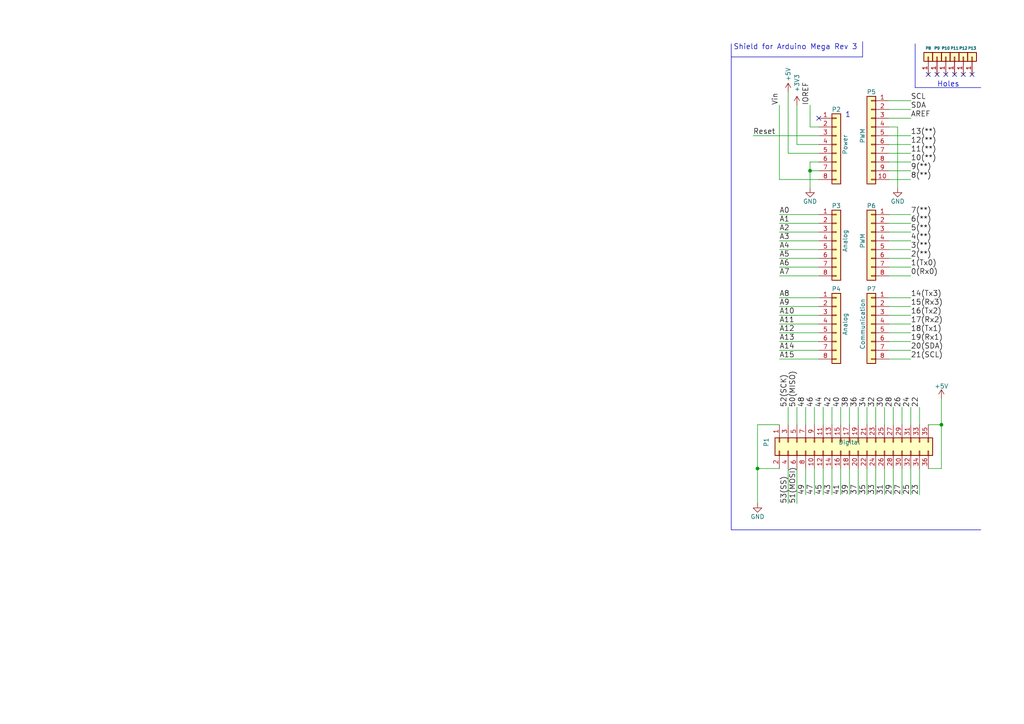
<source format=kicad_sch>
(kicad_sch (version 20230121) (generator eeschema)
  (paper "A4")
  (title_block (date "mar. 31 mars 2015"))
  (lib_symbols
    (symbol "Connector_Generic:Conn_01x01" (pin_names (offset 1.016) hide)
      (property "Reference" "J" (at 0 2.54 0))
      (property "Value" "Conn_01x01" (at 0 -2.54 0))
      (symbol "Conn_01x01_1_1"
        (rectangle (start -1.27 0.127) (end 0 -0.127) (stroke (width 0.1524)))
        (rectangle (start -1.27 1.27) (end 1.27 -1.27) (stroke (width 0.254)) (fill (type background)))
        (pin passive line (at -5.08 0 0) (length 3.81) (name "Pin_1") (number "1"))
      )
    )
    (symbol "Connector_Generic:Conn_01x08" (pin_names (offset 1.016) hide)
      (property "Reference" "J" (at 0 10.16 0))
      (property "Value" "Conn_01x08" (at 0 -12.7 0))
      (symbol "Conn_01x08_1_1"
        (rectangle (start -1.27 -10.033) (end 0 -10.287) (stroke (width 0.1524)))
        (rectangle (start -1.27 -7.493) (end 0 -7.747) (stroke (width 0.1524)))
        (rectangle (start -1.27 -4.953) (end 0 -5.207) (stroke (width 0.1524)))
        (rectangle (start -1.27 -2.413) (end 0 -2.667) (stroke (width 0.1524)))
        (rectangle (start -1.27 0.127) (end 0 -0.127) (stroke (width 0.1524)))
        (rectangle (start -1.27 2.667) (end 0 2.413) (stroke (width 0.1524)))
        (rectangle (start -1.27 5.207) (end 0 4.953) (stroke (width 0.1524)))
        (rectangle (start -1.27 7.747) (end 0 7.493) (stroke (width 0.1524)))
        (rectangle (start -1.27 8.89) (end 1.27 -11.43) (stroke (width 0.254)) (fill (type background)))
        (pin passive line (at -5.08 7.62 0) (length 3.81) (name "Pin_1") (number "1"))
        (pin passive line (at -5.08 5.08 0) (length 3.81) (name "Pin_2") (number "2"))
        (pin passive line (at -5.08 2.54 0) (length 3.81) (name "Pin_3") (number "3"))
        (pin passive line (at -5.08 0 0) (length 3.81) (name "Pin_4") (number "4"))
        (pin passive line (at -5.08 -2.54 0) (length 3.81) (name "Pin_5") (number "5"))
        (pin passive line (at -5.08 -5.08 0) (length 3.81) (name "Pin_6") (number "6"))
        (pin passive line (at -5.08 -7.62 0) (length 3.81) (name "Pin_7") (number "7"))
        (pin passive line (at -5.08 -10.16 0) (length 3.81) (name "Pin_8") (number "8"))
      )
    )
    (symbol "Connector_Generic:Conn_01x10" (pin_names (offset 1.016) hide)
      (property "Reference" "J" (at 0 12.7 0))
      (property "Value" "Conn_01x10" (at 0 -15.24 0))
      (symbol "Conn_01x10_1_1"
        (rectangle (start -1.27 -12.573) (end 0 -12.827) (stroke (width 0.1524)))
        (rectangle (start -1.27 -10.033) (end 0 -10.287) (stroke (width 0.1524)))
        (rectangle (start -1.27 -7.493) (end 0 -7.747) (stroke (width 0.1524)))
        (rectangle (start -1.27 -4.953) (end 0 -5.207) (stroke (width 0.1524)))
        (rectangle (start -1.27 -2.413) (end 0 -2.667) (stroke (width 0.1524)))
        (rectangle (start -1.27 0.127) (end 0 -0.127) (stroke (width 0.1524)))
        (rectangle (start -1.27 2.667) (end 0 2.413) (stroke (width 0.1524)))
        (rectangle (start -1.27 5.207) (end 0 4.953) (stroke (width 0.1524)))
        (rectangle (start -1.27 7.747) (end 0 7.493) (stroke (width 0.1524)))
        (rectangle (start -1.27 10.287) (end 0 10.033) (stroke (width 0.1524)))
        (rectangle (start -1.27 11.43) (end 1.27 -13.97) (stroke (width 0.254)) (fill (type background)))
        (pin passive line (at -5.08 10.16 0) (length 3.81) (name "Pin_1") (number "1"))
        (pin passive line (at -5.08 -12.7 0) (length 3.81) (name "Pin_10") (number "10"))
        (pin passive line (at -5.08 7.62 0) (length 3.81) (name "Pin_2") (number "2"))
        (pin passive line (at -5.08 5.08 0) (length 3.81) (name "Pin_3") (number "3"))
        (pin passive line (at -5.08 2.54 0) (length 3.81) (name "Pin_4") (number "4"))
        (pin passive line (at -5.08 0 0) (length 3.81) (name "Pin_5") (number "5"))
        (pin passive line (at -5.08 -2.54 0) (length 3.81) (name "Pin_6") (number "6"))
        (pin passive line (at -5.08 -5.08 0) (length 3.81) (name "Pin_7") (number "7"))
        (pin passive line (at -5.08 -7.62 0) (length 3.81) (name "Pin_8") (number "8"))
        (pin passive line (at -5.08 -10.16 0) (length 3.81) (name "Pin_9") (number "9"))
      )
    )
    (symbol "Connector_Generic:Conn_02x18_Odd_Even" (pin_names (offset 1.016) hide)
      (property "Reference" "J" (at 1.27 22.86 0))
      (property "Value" "Conn_02x18_Odd_Even" (at 1.27 -25.4 0))
      (symbol "Conn_02x18_Odd_Even_1_1"
        (rectangle (start -1.27 -22.733) (end 0 -22.987) (stroke (width 0.1524)))
        (rectangle (start -1.27 -20.193) (end 0 -20.447) (stroke (width 0.1524)))
        (rectangle (start -1.27 -17.653) (end 0 -17.907) (stroke (width 0.1524)))
        (rectangle (start -1.27 -15.113) (end 0 -15.367) (stroke (width 0.1524)))
        (rectangle (start -1.27 -12.573) (end 0 -12.827) (stroke (width 0.1524)))
        (rectangle (start -1.27 -10.033) (end 0 -10.287) (stroke (width 0.1524)))
        (rectangle (start -1.27 -7.493) (end 0 -7.747) (stroke (width 0.1524)))
        (rectangle (start -1.27 -4.953) (end 0 -5.207) (stroke (width 0.1524)))
        (rectangle (start -1.27 -2.413) (end 0 -2.667) (stroke (width 0.1524)))
        (rectangle (start -1.27 0.127) (end 0 -0.127) (stroke (width 0.1524)))
        (rectangle (start -1.27 2.667) (end 0 2.413) (stroke (width 0.1524)))
        (rectangle (start -1.27 5.207) (end 0 4.953) (stroke (width 0.1524)))
        (rectangle (start -1.27 7.747) (end 0 7.493) (stroke (width 0.1524)))
        (rectangle (start -1.27 10.287) (end 0 10.033) (stroke (width 0.1524)))
        (rectangle (start -1.27 12.827) (end 0 12.573) (stroke (width 0.1524)))
        (rectangle (start -1.27 15.367) (end 0 15.113) (stroke (width 0.1524)))
        (rectangle (start -1.27 17.907) (end 0 17.653) (stroke (width 0.1524)))
        (rectangle (start -1.27 20.447) (end 0 20.193) (stroke (width 0.1524)))
        (rectangle (start -1.27 21.59) (end 3.81 -24.13) (stroke (width 0.254)) (fill (type background)))
        (rectangle (start 3.81 -22.733) (end 2.54 -22.987) (stroke (width 0.1524)))
        (rectangle (start 3.81 -20.193) (end 2.54 -20.447) (stroke (width 0.1524)))
        (rectangle (start 3.81 -17.653) (end 2.54 -17.907) (stroke (width 0.1524)))
        (rectangle (start 3.81 -15.113) (end 2.54 -15.367) (stroke (width 0.1524)))
        (rectangle (start 3.81 -12.573) (end 2.54 -12.827) (stroke (width 0.1524)))
        (rectangle (start 3.81 -10.033) (end 2.54 -10.287) (stroke (width 0.1524)))
        (rectangle (start 3.81 -7.493) (end 2.54 -7.747) (stroke (width 0.1524)))
        (rectangle (start 3.81 -4.953) (end 2.54 -5.207) (stroke (width 0.1524)))
        (rectangle (start 3.81 -2.413) (end 2.54 -2.667) (stroke (width 0.1524)))
        (rectangle (start 3.81 0.127) (end 2.54 -0.127) (stroke (width 0.1524)))
        (rectangle (start 3.81 2.667) (end 2.54 2.413) (stroke (width 0.1524)))
        (rectangle (start 3.81 5.207) (end 2.54 4.953) (stroke (width 0.1524)))
        (rectangle (start 3.81 7.747) (end 2.54 7.493) (stroke (width 0.1524)))
        (rectangle (start 3.81 10.287) (end 2.54 10.033) (stroke (width 0.1524)))
        (rectangle (start 3.81 12.827) (end 2.54 12.573) (stroke (width 0.1524)))
        (rectangle (start 3.81 15.367) (end 2.54 15.113) (stroke (width 0.1524)))
        (rectangle (start 3.81 17.907) (end 2.54 17.653) (stroke (width 0.1524)))
        (rectangle (start 3.81 20.447) (end 2.54 20.193) (stroke (width 0.1524)))
        (pin passive line (at -5.08 20.32 0) (length 3.81) (name "Pin_1") (number "1"))
        (pin passive line (at 7.62 10.16 180) (length 3.81) (name "Pin_10") (number "10"))
        (pin passive line (at -5.08 7.62 0) (length 3.81) (name "Pin_11") (number "11"))
        (pin passive line (at 7.62 7.62 180) (length 3.81) (name "Pin_12") (number "12"))
        (pin passive line (at -5.08 5.08 0) (length 3.81) (name "Pin_13") (number "13"))
        (pin passive line (at 7.62 5.08 180) (length 3.81) (name "Pin_14") (number "14"))
        (pin passive line (at -5.08 2.54 0) (length 3.81) (name "Pin_15") (number "15"))
        (pin passive line (at 7.62 2.54 180) (length 3.81) (name "Pin_16") (number "16"))
        (pin passive line (at -5.08 0 0) (length 3.81) (name "Pin_17") (number "17"))
        (pin passive line (at 7.62 0 180) (length 3.81) (name "Pin_18") (number "18"))
        (pin passive line (at -5.08 -2.54 0) (length 3.81) (name "Pin_19") (number "19"))
        (pin passive line (at 7.62 20.32 180) (length 3.81) (name "Pin_2") (number "2"))
        (pin passive line (at 7.62 -2.54 180) (length 3.81) (name "Pin_20") (number "20"))
        (pin passive line (at -5.08 -5.08 0) (length 3.81) (name "Pin_21") (number "21"))
        (pin passive line (at 7.62 -5.08 180) (length 3.81) (name "Pin_22") (number "22"))
        (pin passive line (at -5.08 -7.62 0) (length 3.81) (name "Pin_23") (number "23"))
        (pin passive line (at 7.62 -7.62 180) (length 3.81) (name "Pin_24") (number "24"))
        (pin passive line (at -5.08 -10.16 0) (length 3.81) (name "Pin_25") (number "25"))
        (pin passive line (at 7.62 -10.16 180) (length 3.81) (name "Pin_26") (number "26"))
        (pin passive line (at -5.08 -12.7 0) (length 3.81) (name "Pin_27") (number "27"))
        (pin passive line (at 7.62 -12.7 180) (length 3.81) (name "Pin_28") (number "28"))
        (pin passive line (at -5.08 -15.24 0) (length 3.81) (name "Pin_29") (number "29"))
        (pin passive line (at -5.08 17.78 0) (length 3.81) (name "Pin_3") (number "3"))
        (pin passive line (at 7.62 -15.24 180) (length 3.81) (name "Pin_30") (number "30"))
        (pin passive line (at -5.08 -17.78 0) (length 3.81) (name "Pin_31") (number "31"))
        (pin passive line (at 7.62 -17.78 180) (length 3.81) (name "Pin_32") (number "32"))
        (pin passive line (at -5.08 -20.32 0) (length 3.81) (name "Pin_33") (number "33"))
        (pin passive line (at 7.62 -20.32 180) (length 3.81) (name "Pin_34") (number "34"))
        (pin passive line (at -5.08 -22.86 0) (length 3.81) (name "Pin_35") (number "35"))
        (pin passive line (at 7.62 -22.86 180) (length 3.81) (name "Pin_36") (number "36"))
        (pin passive line (at 7.62 17.78 180) (length 3.81) (name "Pin_4") (number "4"))
        (pin passive line (at -5.08 15.24 0) (length 3.81) (name "Pin_5") (number "5"))
        (pin passive line (at 7.62 15.24 180) (length 3.81) (name "Pin_6") (number "6"))
        (pin passive line (at -5.08 12.7 0) (length 3.81) (name "Pin_7") (number "7"))
        (pin passive line (at 7.62 12.7 180) (length 3.81) (name "Pin_8") (number "8"))
        (pin passive line (at -5.08 10.16 0) (length 3.81) (name "Pin_9") (number "9"))
      )
    )
    (symbol "power:+3V3" (power) (pin_names (offset 0))
      (property "Value" "+3V3" (at 0 3.556 0))
      (symbol "+3V3_0_1"
        (polyline (pts (xy -0.762 1.27) (xy 0 2.54)))
        (polyline (pts (xy 0 0) (xy 0 2.54)))
        (polyline (pts (xy 0 2.54) (xy 0.762 1.27)))
      )
      (symbol "+3V3_1_1"
        (pin power_in line (at 0 0 90) (length 0) hide (name "+3V3") (number "1"))
      )
    )
    (symbol "power:+5V" (power) (pin_names (offset 0))
      (property "Value" "+5V" (at 0 3.556 0))
      (symbol "+5V_0_1"
        (polyline (pts (xy -0.762 1.27) (xy 0 2.54)))
        (polyline (pts (xy 0 0) (xy 0 2.54)))
        (polyline (pts (xy 0 2.54) (xy 0.762 1.27)))
      )
      (symbol "+5V_1_1"
        (pin power_in line (at 0 0 90) (length 0) hide (name "+5V") (number "1"))
      )
    )
    (symbol "power:GND" (power) (pin_names (offset 0))
      (property "Value" "GND" (at 0 -3.81 0))
      (symbol "GND_0_1"
        (polyline (pts (xy 0 0) (xy 0 -1.27) (xy 1.27 -1.27) (xy 0 -2.54) (xy -1.27 -1.27) (xy 0 -1.27)))
      )
      (symbol "GND_1_1"
        (pin power_in line (at 0 0 270) (length 0) hide (name "GND") (number "1"))
      )
    )
  )
  (junction (at 234.95 49.53))
  (junction (at 219.71 135.89))
  (junction (at 273.05 123.19))
  (no_connect (at 237.49 34.29))
  (no_connect (at 271.78 21.59))
  (no_connect (at 281.94 21.59))
  (no_connect (at 274.32 21.59))
  (no_connect (at 279.4 21.59))
  (no_connect (at 269.24 21.59))
  (no_connect (at 276.86 21.59))
  (wire (pts (xy 226.06 93.98) (xy 237.49 93.98)))
  (wire (pts (xy 237.49 77.47) (xy 226.06 77.47)))
  (polyline (pts (xy 265.43 25.4) (xy 265.43 12.7)))
  (wire (pts (xy 233.68 135.89) (xy 233.68 143.51)))
  (wire (pts (xy 246.38 123.19) (xy 246.38 118.11)))
  (wire (pts (xy 264.16 135.89) (xy 264.16 143.51)))
  (wire (pts (xy 257.81 44.45) (xy 264.16 44.45)))
  (wire (pts (xy 257.81 34.29) (xy 264.16 34.29)))
  (wire (pts (xy 264.16 62.23) (xy 257.81 62.23)))
  (wire (pts (xy 257.81 64.77) (xy 264.16 64.77)))
  (wire (pts (xy 234.95 46.99) (xy 234.95 49.53)))
  (wire (pts (xy 261.62 123.19) (xy 261.62 118.11)))
  (wire (pts (xy 256.54 123.19) (xy 256.54 118.11)))
  (wire (pts (xy 257.81 69.85) (xy 264.16 69.85)))
  (wire (pts (xy 264.16 86.36) (xy 257.81 86.36)))
  (wire (pts (xy 231.14 123.19) (xy 231.14 118.11)))
  (wire (pts (xy 226.06 80.01) (xy 237.49 80.01)))
  (wire (pts (xy 237.49 91.44) (xy 226.06 91.44)))
  (wire (pts (xy 256.54 135.89) (xy 256.54 143.51)))
  (wire (pts (xy 226.06 74.93) (xy 237.49 74.93)))
  (wire (pts (xy 264.16 96.52) (xy 257.81 96.52)))
  (wire (pts (xy 257.81 80.01) (xy 264.16 80.01)))
  (wire (pts (xy 226.06 88.9) (xy 237.49 88.9)))
  (wire (pts (xy 234.95 49.53) (xy 234.95 54.61)))
  (wire (pts (xy 259.08 135.89) (xy 259.08 143.51)))
  (wire (pts (xy 226.06 69.85) (xy 237.49 69.85)))
  (wire (pts (xy 228.6 123.19) (xy 228.6 118.11)))
  (wire (pts (xy 246.38 135.89) (xy 246.38 143.51)))
  (wire (pts (xy 257.81 93.98) (xy 264.16 93.98)))
  (wire (pts (xy 241.3 123.19) (xy 241.3 118.11)))
  (wire (pts (xy 237.49 49.53) (xy 234.95 49.53)))
  (wire (pts (xy 234.95 36.83) (xy 234.95 30.48)))
  (wire (pts (xy 273.05 135.89) (xy 269.24 135.89)))
  (wire (pts (xy 259.08 123.19) (xy 259.08 118.11)))
  (wire (pts (xy 264.16 77.47) (xy 257.81 77.47)))
  (wire (pts (xy 251.46 135.89) (xy 251.46 143.51)))
  (wire (pts (xy 237.49 67.31) (xy 226.06 67.31)))
  (wire (pts (xy 254 135.89) (xy 254 143.51)))
  (polyline (pts (xy 284.48 25.4) (xy 265.43 25.4)))
  (wire (pts (xy 257.81 52.07) (xy 264.16 52.07)))
  (wire (pts (xy 243.84 123.19) (xy 243.84 118.11)))
  (wire (pts (xy 257.81 46.99) (xy 264.16 46.99)))
  (wire (pts (xy 264.16 67.31) (xy 257.81 67.31)))
  (wire (pts (xy 226.06 135.89) (xy 219.71 135.89)))
  (wire (pts (xy 248.92 135.89) (xy 248.92 143.51)))
  (wire (pts (xy 264.16 91.44) (xy 257.81 91.44)))
  (wire (pts (xy 236.22 123.19) (xy 236.22 118.11)))
  (wire (pts (xy 226.06 104.14) (xy 237.49 104.14)))
  (wire (pts (xy 264.16 101.6) (xy 257.81 101.6)))
  (wire (pts (xy 237.49 72.39) (xy 226.06 72.39)))
  (polyline (pts (xy 284.48 153.67) (xy 212.09 153.67)))
  (wire (pts (xy 219.71 135.89) (xy 219.71 146.05)))
  (wire (pts (xy 228.6 44.45) (xy 237.49 44.45)))
  (wire (pts (xy 266.7 135.89) (xy 266.7 143.51)))
  (wire (pts (xy 243.84 135.89) (xy 243.84 143.51)))
  (wire (pts (xy 261.62 135.89) (xy 261.62 143.51)))
  (wire (pts (xy 257.81 88.9) (xy 264.16 88.9)))
  (wire (pts (xy 273.05 115.57) (xy 273.05 123.19)))
  (wire (pts (xy 257.81 104.14) (xy 264.16 104.14)))
  (wire (pts (xy 257.81 29.21) (xy 264.16 29.21)))
  (wire (pts (xy 238.76 123.19) (xy 238.76 118.11)))
  (wire (pts (xy 251.46 123.19) (xy 251.46 118.11)))
  (wire (pts (xy 257.81 74.93) (xy 264.16 74.93)))
  (wire (pts (xy 237.49 62.23) (xy 226.06 62.23)))
  (polyline (pts (xy 250.19 16.51) (xy 250.19 12.065)))
  (wire (pts (xy 231.14 41.91) (xy 237.49 41.91)))
  (wire (pts (xy 273.05 123.19) (xy 269.24 123.19)))
  (wire (pts (xy 264.16 72.39) (xy 257.81 72.39)))
  (wire (pts (xy 260.35 54.61) (xy 260.35 36.83)))
  (wire (pts (xy 241.3 135.89) (xy 241.3 143.51)))
  (wire (pts (xy 228.6 26.67) (xy 228.6 44.45)))
  (wire (pts (xy 257.81 39.37) (xy 264.16 39.37)))
  (wire (pts (xy 264.16 49.53) (xy 257.81 49.53)))
  (wire (pts (xy 231.14 30.48) (xy 231.14 41.91)))
  (polyline (pts (xy 212.09 153.67) (xy 212.09 12.7)))
  (wire (pts (xy 228.6 135.89) (xy 228.6 146.05)))
  (wire (pts (xy 219.71 123.19) (xy 219.71 135.89)))
  (wire (pts (xy 273.05 123.19) (xy 273.05 135.89)))
  (wire (pts (xy 264.16 123.19) (xy 264.16 118.11)))
  (wire (pts (xy 236.22 135.89) (xy 236.22 143.51)))
  (polyline (pts (xy 212.09 16.51) (xy 250.19 16.51)))
  (wire (pts (xy 237.49 36.83) (xy 234.95 36.83)))
  (wire (pts (xy 264.16 31.75) (xy 257.81 31.75)))
  (wire (pts (xy 218.44 39.37) (xy 237.49 39.37)))
  (wire (pts (xy 226.06 99.06) (xy 237.49 99.06)))
  (wire (pts (xy 254 123.19) (xy 254 118.11)))
  (wire (pts (xy 237.49 46.99) (xy 234.95 46.99)))
  (wire (pts (xy 238.76 135.89) (xy 238.76 143.51)))
  (wire (pts (xy 226.06 52.07) (xy 226.06 30.48)))
  (wire (pts (xy 231.14 135.89) (xy 231.14 146.05)))
  (wire (pts (xy 233.68 123.19) (xy 233.68 118.11)))
  (wire (pts (xy 260.35 36.83) (xy 257.81 36.83)))
  (wire (pts (xy 237.49 101.6) (xy 226.06 101.6)))
  (wire (pts (xy 266.7 123.19) (xy 266.7 118.11)))
  (wire (pts (xy 237.49 96.52) (xy 226.06 96.52)))
  (wire (pts (xy 248.92 123.19) (xy 248.92 118.11)))
  (wire (pts (xy 257.81 99.06) (xy 264.16 99.06)))
  (wire (pts (xy 237.49 86.36) (xy 226.06 86.36)))
  (wire (pts (xy 226.06 64.77) (xy 237.49 64.77)))
  (wire (pts (xy 264.16 41.91) (xy 257.81 41.91)))
  (wire (pts (xy 237.49 52.07) (xy 226.06 52.07)))
  (wire (pts (xy 226.06 123.19) (xy 219.71 123.19)))
  (text "Shield for Arduino Mega Rev 3" (at 212.725 14.605 0) (effects (font (size 1.524 1.524)) (justify left bottom)))
  (text "Holes" (at 271.78 25.4 0) (effects (font (size 1.524 1.524)) (justify left bottom)))
  (text "1" (at 245.11 34.29 0) (effects (font (size 1.524 1.524)) (justify left bottom)))
  (label "20(SDA)" (at 264.16 101.6 0) (effects (font (size 1.524 1.524))))
  (label "53(SS)" (at 228.6 146.05 90) (effects (font (size 1.524 1.524))))
  (label "2(**)" (at 264.16 74.93 0) (effects (font (size 1.524 1.524))))
  (label "4(**)" (at 264.16 69.85 0) (effects (font (size 1.524 1.524))))
  (label "18(Tx1)" (at 264.16 96.52 0) (effects (font (size 1.524 1.524))))
  (label "22" (at 266.7 118.11 90) (effects (font (size 1.524 1.524))))
  (label "21(SCL)" (at 264.16 104.14 0) (effects (font (size 1.524 1.524))))
  (label "36" (at 248.92 118.11 90) (effects (font (size 1.524 1.524))))
  (label "A9" (at 226.06 88.9 0) (effects (font (size 1.524 1.524))))
  (label "23" (at 266.7 143.51 90) (effects (font (size 1.524 1.524))))
  (label "8(**)" (at 264.16 52.07 0) (effects (font (size 1.524 1.524))))
  (label "SDA" (at 264.16 31.75 0) (effects (font (size 1.524 1.524))))
  (label "0(Rx0)" (at 264.16 80.01 0) (effects (font (size 1.524 1.524))))
  (label "7(**)" (at 264.16 62.23 0) (effects (font (size 1.524 1.524))))
  (label "A7" (at 226.06 80.01 0) (effects (font (size 1.524 1.524))))
  (label "16(Tx2)" (at 264.16 91.44 0) (effects (font (size 1.524 1.524))))
  (label "A8" (at 226.06 86.36 0) (effects (font (size 1.524 1.524))))
  (label "6(**)" (at 264.16 64.77 0) (effects (font (size 1.524 1.524))))
  (label "1(Tx0)" (at 264.16 77.47 0) (effects (font (size 1.524 1.524))))
  (label "13(**)" (at 264.16 39.37 0) (effects (font (size 1.524 1.524))))
  (label "51(MOSI)" (at 231.14 146.05 90) (effects (font (size 1.524 1.524))))
  (label "11(**)" (at 264.16 44.45 0) (effects (font (size 1.524 1.524))))
  (label "52(SCK)" (at 228.6 118.11 90) (effects (font (size 1.524 1.524))))
  (label "29" (at 259.08 143.51 90) (effects (font (size 1.524 1.524))))
  (label "A10" (at 226.06 91.44 0) (effects (font (size 1.524 1.524))))
  (label "A2" (at 226.06 67.31 0) (effects (font (size 1.524 1.524))))
  (label "19(Rx1)" (at 264.16 99.06 0) (effects (font (size 1.524 1.524))))
  (label "Reset" (at 218.44 39.37 0) (effects (font (size 1.524 1.524))))
  (label "40" (at 243.84 118.11 90) (effects (font (size 1.524 1.524))))
  (label "IOREF" (at 234.95 30.48 90) (effects (font (size 1.524 1.524))))
  (label "50(MISO)" (at 231.14 118.11 90) (effects (font (size 1.524 1.524))))
  (label "28" (at 259.08 118.11 90) (effects (font (size 1.524 1.524))))
  (label "41" (at 243.84 143.51 90) (effects (font (size 1.524 1.524))))
  (label "33" (at 254 143.51 90) (effects (font (size 1.524 1.524))))
  (label "15(Rx3)" (at 264.16 88.9 0) (effects (font (size 1.524 1.524))))
  (label "32" (at 254 118.11 90) (effects (font (size 1.524 1.524))))
  (label "A13" (at 226.06 99.06 0) (effects (font (size 1.524 1.524))))
  (label "17(Rx2)" (at 264.16 93.98 0) (effects (font (size 1.524 1.524))))
  (label "3(**)" (at 264.16 72.39 0) (effects (font (size 1.524 1.524))))
  (label "37" (at 248.92 143.51 90) (effects (font (size 1.524 1.524))))
  (label "A11" (at 226.06 93.98 0) (effects (font (size 1.524 1.524))))
  (label "47" (at 236.22 143.51 90) (effects (font (size 1.524 1.524))))
  (label "34" (at 251.46 118.11 90) (effects (font (size 1.524 1.524))))
  (label "A3" (at 226.06 69.85 0) (effects (font (size 1.524 1.524))))
  (label "A1" (at 226.06 64.77 0) (effects (font (size 1.524 1.524))))
  (label "5(**)" (at 264.16 67.31 0) (effects (font (size 1.524 1.524))))
  (label "10(**)" (at 264.16 46.99 0) (effects (font (size 1.524 1.524))))
  (label "A4" (at 226.06 72.39 0) (effects (font (size 1.524 1.524))))
  (label "39" (at 246.38 143.51 90) (effects (font (size 1.524 1.524))))
  (label "44" (at 238.76 118.11 90) (effects (font (size 1.524 1.524))))
  (label "A14" (at 226.06 101.6 0) (effects (font (size 1.524 1.524))))
  (label "43" (at 241.3 143.51 90) (effects (font (size 1.524 1.524))))
  (label "30" (at 256.54 118.11 90) (effects (font (size 1.524 1.524))))
  (label "31" (at 256.54 143.51 90) (effects (font (size 1.524 1.524))))
  (label "24" (at 264.16 118.11 90) (effects (font (size 1.524 1.524))))
  (label "45" (at 238.76 143.51 90) (effects (font (size 1.524 1.524))))
  (label "26" (at 261.62 118.11 90) (effects (font (size 1.524 1.524))))
  (label "46" (at 236.22 118.11 90) (effects (font (size 1.524 1.524))))
  (label "A6" (at 226.06 77.47 0) (effects (font (size 1.524 1.524))))
  (label "A0" (at 226.06 62.23 0) (effects (font (size 1.524 1.524))))
  (label "25" (at 264.16 143.51 90) (effects (font (size 1.524 1.524))))
  (label "A15" (at 226.06 104.14 0) (effects (font (size 1.524 1.524))))
  (label "42" (at 241.3 118.11 90) (effects (font (size 1.524 1.524))))
  (label "14(Tx3)" (at 264.16 86.36 0) (effects (font (size 1.524 1.524))))
  (label "35" (at 251.46 143.51 90) (effects (font (size 1.524 1.524))))
  (label "9(**)" (at 264.16 49.53 0) (effects (font (size 1.524 1.524))))
  (label "27" (at 261.62 143.51 90) (effects (font (size 1.524 1.524))))
  (label "A12" (at 226.06 96.52 0) (effects (font (size 1.524 1.524))))
  (label "12(**)" (at 264.16 41.91 0) (effects (font (size 1.524 1.524))))
  (label "48" (at 233.68 118.11 90) (effects (font (size 1.524 1.524))))
  (label "38" (at 246.38 118.11 90) (effects (font (size 1.524 1.524))))
  (label "49" (at 233.68 143.51 90) (effects (font (size 1.524 1.524))))
  (label "A5" (at 226.06 74.93 0) (effects (font (size 1.524 1.524))))
  (label "Vin" (at 226.06 30.48 90) (effects (font (size 1.524 1.524))))
  (label "AREF" (at 264.16 34.29 0) (effects (font (size 1.524 1.524))))
  (label "SCL" (at 264.16 29.21 0) (effects (font (size 1.524 1.524))))
  (symbol (lib_id "Connector_Generic:Conn_01x01") (at 269.24 16.51 90) (unit 1)
    (property "Reference" "P8" (at 269.24 13.97 90) (effects (font (size 0.7874 0.7874))))
    (property "Value" "CONN_01X01" (effects hide))
    (property "Footprint" "Socket_Arduino_Mega:Arduino_1pin" (effects hide))
  )
  (symbol (lib_id "Connector_Generic:Conn_01x01") (at 271.78 16.51 90) (unit 1)
    (property "Reference" "P9" (at 271.78 13.97 90) (effects (font (size 0.7874 0.7874))))
    (property "Value" "CONN_01X01" (effects hide))
    (property "Footprint" "Socket_Arduino_Mega:Arduino_1pin" (effects hide))
  )
  (symbol (lib_id "Connector_Generic:Conn_01x01") (at 274.32 16.51 90) (unit 1)
    (property "Reference" "P10" (at 274.32 13.97 90) (effects (font (size 0.7874 0.7874))))
    (property "Value" "CONN_01X01" (effects hide))
    (property "Footprint" "Socket_Arduino_Mega:Arduino_1pin" (effects hide))
  )
  (symbol (lib_id "Connector_Generic:Conn_01x01") (at 276.86 16.51 90) (unit 1)
    (property "Reference" "P11" (at 276.86 13.97 90) (effects (font (size 0.7874 0.7874))))
    (property "Value" "CONN_01X01" (effects hide))
    (property "Footprint" "Socket_Arduino_Mega:Arduino_1pin" (effects hide))
  )
  (symbol (lib_id "Connector_Generic:Conn_01x01") (at 279.4 16.51 90) (unit 1)
    (property "Reference" "P12" (at 279.4 13.97 90) (effects (font (size 0.7874 0.7874))))
    (property "Value" "CONN_01X01" (effects hide))
    (property "Footprint" "Socket_Arduino_Mega:Arduino_1pin" (effects hide))
  )
  (symbol (lib_id "Connector_Generic:Conn_01x01") (at 281.94 16.51 90) (unit 1)
    (property "Reference" "P13" (at 281.94 13.97 90) (effects (font (size 0.7874 0.7874))))
    (property "Value" "CONN_01X01" (effects hide))
    (property "Footprint" "Socket_Arduino_Mega:Arduino_1pin" (effects hide))
  )
  (symbol (lib_id "Connector_Generic:Conn_01x08") (at 242.57 41.91 0) (unit 1)
    (property "Reference" "P2" (at 242.57 31.75 0))
    (property "Value" "Power" (at 245.11 41.91 90))
    (property "Footprint" "Socket_Arduino_Mega:Socket_Strip_Arduino_1x08" (effects hide))
  )
  (symbol (lib_id "power:+3V3") (at 231.14 30.48 0) (unit 1)
    (property "Reference" "#PWR01" (effects hide))
    (property "Value" "+3.3V" (at 231.14 24.13 90))
  )
  (symbol (lib_id "power:+5V") (at 228.6 26.67 0) (unit 1)
    (property "Reference" "#PWR02" (effects hide))
    (property "Value" "+5V" (at 228.6 21.59 90))
  )
  (symbol (lib_id "power:GND") (at 234.95 54.61 0) (unit 1)
    (property "Reference" "#PWR03" (effects hide))
    (property "Value" "GND" (at 234.95 58.42 0))
  )
  (symbol (lib_id "Connector_Generic:Conn_01x10") (at 252.73 39.37 0) (mirror y) (unit 1)
    (property "Reference" "P5" (at 252.73 26.67 0))
    (property "Value" "PWM" (at 250.19 39.37 90))
    (property "Footprint" "Socket_Arduino_Mega:Socket_Strip_Arduino_1x10" (effects hide))
  )
  (symbol (lib_id "power:GND") (at 260.35 54.61 0) (unit 1)
    (property "Reference" "#PWR04" (effects hide))
    (property "Value" "GND" (at 260.35 58.42 0))
  )
  (symbol (lib_id "Connector_Generic:Conn_01x08") (at 242.57 69.85 0) (unit 1)
    (property "Reference" "P3" (at 242.57 59.69 0))
    (property "Value" "Analog" (at 245.11 69.85 90))
    (property "Footprint" "Socket_Arduino_Mega:Socket_Strip_Arduino_1x08" (effects hide))
  )
  (symbol (lib_id "Connector_Generic:Conn_01x08") (at 252.73 69.85 0) (mirror y) (unit 1)
    (property "Reference" "P6" (at 252.73 59.69 0))
    (property "Value" "PWM" (at 250.19 69.85 90))
    (property "Footprint" "Socket_Arduino_Mega:Socket_Strip_Arduino_1x08" (effects hide))
  )
  (symbol (lib_id "Connector_Generic:Conn_01x08") (at 242.57 93.98 0) (unit 1)
    (property "Reference" "P4" (at 242.57 83.82 0))
    (property "Value" "Analog" (at 245.11 93.98 90))
    (property "Footprint" "Socket_Arduino_Mega:Socket_Strip_Arduino_1x08" (effects hide))
  )
  (symbol (lib_id "Connector_Generic:Conn_01x08") (at 252.73 93.98 0) (mirror y) (unit 1)
    (property "Reference" "P7" (at 252.73 83.82 0))
    (property "Value" "Communication" (at 250.19 93.98 90))
    (property "Footprint" "Socket_Arduino_Mega:Socket_Strip_Arduino_1x08" (effects hide))
  )
  (symbol (lib_id "Connector_Generic:Conn_02x18_Odd_Even") (at 246.38 128.27 90) (mirror x) (unit 1)
    (property "Reference" "P1" (at 222.25 128.27 0))
    (property "Value" "Digital" (at 246.38 128.27 90))
    (property "Footprint" "Socket_Arduino_Mega:Socket_Strip_Arduino_2x18" (effects hide))
  )
  (symbol (lib_id "power:GND") (at 219.71 146.05 0) (unit 1)
    (property "Reference" "#PWR05" (effects hide))
    (property "Value" "GND" (at 219.71 149.86 0))
  )
  (symbol (lib_id "power:+5V") (at 273.05 115.57 0) (unit 1)
    (property "Reference" "#PWR06" (effects hide))
    (property "Value" "+5V" (at 273.05 112.014 0))
  )
)
</source>
